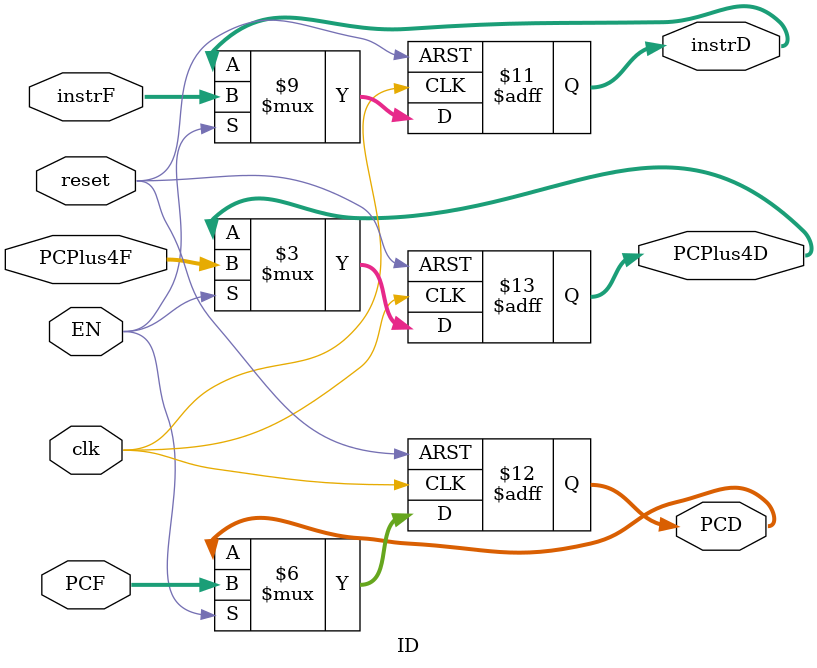
<source format=sv>
`timescale 1ns/1ps

module ID(clk, reset, EN, instrF, PCF, PCPlus4F, instrD, PCD, PCPlus4D);
    input logic clk, reset, EN;
    input logic [31:0] instrF, PCF, PCPlus4F;
    output logic [31:0] instrD, PCD, PCPlus4D;

    always_ff @(posedge clk or posedge reset) begin
        if(reset) begin
            instrD <= 32'h00000000;
            PCD <= 32'h00000000;
            PCPlus4D <= 32'h00000000;
        end else if(EN) begin
            instrD <= instrF;
            PCD <= PCF;
            PCPlus4D <= PCPlus4F;
        end else begin
            instrD <= instrD;
            PCD <= PCD;
            PCPlus4D <= PCPlus4D;
        end
    end
endmodule
</source>
